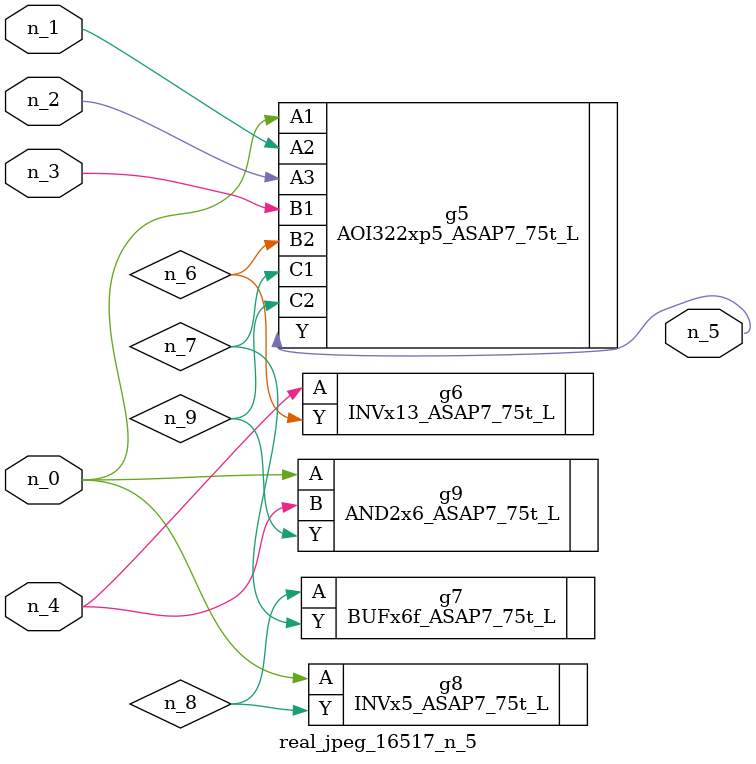
<source format=v>
module real_jpeg_16517_n_5 (n_4, n_0, n_1, n_2, n_3, n_5);

input n_4;
input n_0;
input n_1;
input n_2;
input n_3;

output n_5;

wire n_8;
wire n_6;
wire n_7;
wire n_9;

AOI322xp5_ASAP7_75t_L g5 ( 
.A1(n_0),
.A2(n_1),
.A3(n_2),
.B1(n_3),
.B2(n_6),
.C1(n_7),
.C2(n_9),
.Y(n_5)
);

INVx5_ASAP7_75t_L g8 ( 
.A(n_0),
.Y(n_8)
);

AND2x6_ASAP7_75t_L g9 ( 
.A(n_0),
.B(n_4),
.Y(n_9)
);

INVx13_ASAP7_75t_L g6 ( 
.A(n_4),
.Y(n_6)
);

BUFx6f_ASAP7_75t_L g7 ( 
.A(n_8),
.Y(n_7)
);


endmodule
</source>
